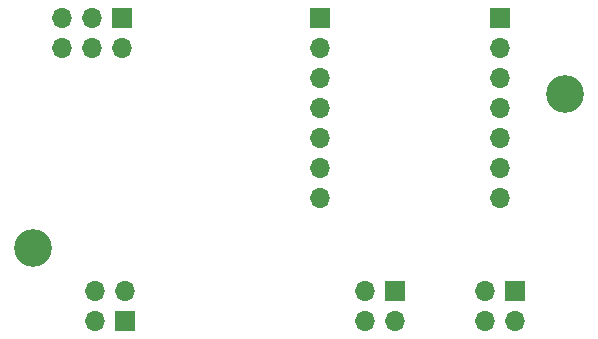
<source format=gbr>
%TF.GenerationSoftware,KiCad,Pcbnew,8.0.4*%
%TF.CreationDate,2024-08-21T00:11:03-04:00*%
%TF.ProjectId,Drone_Motherboard,44726f6e-655f-44d6-9f74-686572626f61,rev?*%
%TF.SameCoordinates,Original*%
%TF.FileFunction,Soldermask,Bot*%
%TF.FilePolarity,Negative*%
%FSLAX46Y46*%
G04 Gerber Fmt 4.6, Leading zero omitted, Abs format (unit mm)*
G04 Created by KiCad (PCBNEW 8.0.4) date 2024-08-21 00:11:03*
%MOMM*%
%LPD*%
G01*
G04 APERTURE LIST*
%ADD10C,3.200000*%
%ADD11R,1.700000X1.700000*%
%ADD12O,1.700000X1.700000*%
G04 APERTURE END LIST*
D10*
%TO.C,H2*%
X116700000Y-126900000D03*
%TD*%
D11*
%TO.C,SPI1*%
X157485000Y-130551000D03*
D12*
X157485000Y-133091000D03*
X154945000Y-130551000D03*
X154945000Y-133091000D03*
%TD*%
D11*
%TO.C,JETSON_PWR1*%
X147325000Y-130551000D03*
D12*
X147325000Y-133091000D03*
X144785000Y-130551000D03*
X144785000Y-133091000D03*
%TD*%
D11*
%TO.C,VBUCK1*%
X124465000Y-133101000D03*
D12*
X121925000Y-133101000D03*
X124465000Y-130561000D03*
X121925000Y-130561000D03*
%TD*%
D10*
%TO.C,H1*%
X161700000Y-113900000D03*
%TD*%
D11*
%TO.C,ESC_DEBUG1*%
X124191000Y-107437000D03*
D12*
X124191000Y-109977000D03*
X121651000Y-107437000D03*
X121651000Y-109977000D03*
X119111000Y-107437000D03*
X119111000Y-109977000D03*
%TD*%
D11*
%TO.C,XIAO_L1*%
X140970000Y-107442000D03*
D12*
X140970000Y-109982000D03*
X140970000Y-112522000D03*
X140970000Y-115062000D03*
X140970000Y-117602000D03*
X140970000Y-120142000D03*
X140970000Y-122682000D03*
%TD*%
D11*
%TO.C,XIAO_R1*%
X156210000Y-107442000D03*
D12*
X156210000Y-109982000D03*
X156210000Y-112522000D03*
X156210000Y-115062000D03*
X156210000Y-117602000D03*
X156210000Y-120142000D03*
X156210000Y-122682000D03*
%TD*%
M02*

</source>
